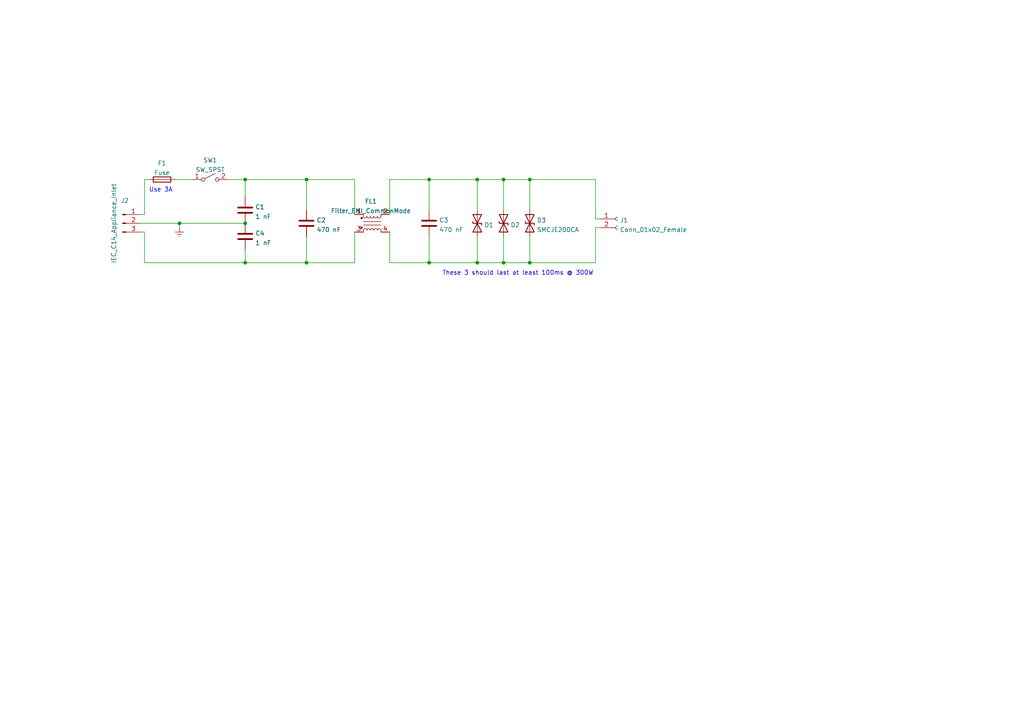
<source format=kicad_sch>
(kicad_sch (version 20211123) (generator eeschema)
  (paper "A4")
  (lib_symbols
    (symbol "Connector:Conn_01x02_Female" (pin_names (offset 1.016) hide)
      (property "Reference" "J" (at 0 2.54 0))
      (property "Value" "Conn_01x02_Female" (at 0 -5.08 0))
      (symbol "Conn_01x02_Female_1_1"
        (arc (start 0 -2.032) (mid -0.508 -2.54) (end 0 -3.048) (stroke (width 0.1524)))
        (polyline (pts (xy -1.27 -2.54) (xy -0.508 -2.54)) (stroke (width 0.1524)))
        (polyline (pts (xy -1.27 0) (xy -0.508 0)) (stroke (width 0.1524)))
        (arc (start 0 0.508) (mid -0.508 0) (end 0 -0.508) (stroke (width 0.1524)))
        (pin passive line (at -5.08 0 0) (length 3.81) (name "Pin_1") (number "1"))
        (pin passive line (at -5.08 -2.54 0) (length 3.81) (name "Pin_2") (number "2"))
      )
    )
    (symbol "Connector:Conn_01x03_Male" (pin_names (offset 1.016) hide)
      (property "Reference" "J" (at 0 5.08 0))
      (property "Value" "Conn_01x03_Male" (at 0 -5.08 0))
      (symbol "Conn_01x03_Male_1_1"
        (polyline (pts (xy 1.27 -2.54) (xy 0.8636 -2.54)) (stroke (width 0.1524)))
        (polyline (pts (xy 1.27 0) (xy 0.8636 0)) (stroke (width 0.1524)))
        (polyline (pts (xy 1.27 2.54) (xy 0.8636 2.54)) (stroke (width 0.1524)))
        (rectangle (start 0.8636 -2.413) (end 0 -2.667) (stroke (width 0.1524)) (fill (type outline)))
        (rectangle (start 0.8636 0.127) (end 0 -0.127) (stroke (width 0.1524)) (fill (type outline)))
        (rectangle (start 0.8636 2.667) (end 0 2.413) (stroke (width 0.1524)) (fill (type outline)))
        (pin passive line (at 5.08 2.54 180) (length 3.81) (name "Pin_1") (number "1"))
        (pin passive line (at 5.08 0 180) (length 3.81) (name "Pin_2") (number "2"))
        (pin passive line (at 5.08 -2.54 180) (length 3.81) (name "Pin_3") (number "3"))
      )
    )
    (symbol "Device:C" (pin_numbers hide) (pin_names (offset 0.254))
      (property "Reference" "C" (at 0.635 2.54 0))
      (property "Value" "C" (at 0.635 -2.54 0))
      (symbol "C_0_1"
        (polyline (pts (xy -2.032 -0.762) (xy 2.032 -0.762)) (stroke (width 0.508)))
        (polyline (pts (xy -2.032 0.762) (xy 2.032 0.762)) (stroke (width 0.508)))
      )
      (symbol "C_1_1"
        (pin passive line (at 0 3.81 270) (length 2.794) (name "~") (number "1"))
        (pin passive line (at 0 -3.81 90) (length 2.794) (name "~") (number "2"))
      )
    )
    (symbol "Device:D_TVS" (pin_numbers hide) (pin_names (offset 1.016) hide)
      (property "Reference" "D" (at 0 2.54 0))
      (property "Value" "D_TVS" (at 0 -2.54 0))
      (symbol "D_TVS_0_1"
        (polyline (pts (xy 1.27 0) (xy -1.27 0)))
        (polyline (pts (xy 0.508 1.27) (xy 0 1.27) (xy 0 -1.27) (xy -0.508 -1.27)) (stroke (width 0.254)))
        (polyline (pts (xy -2.54 1.27) (xy -2.54 -1.27) (xy 2.54 1.27) (xy 2.54 -1.27) (xy -2.54 1.27)) (stroke (width 0.254)))
      )
      (symbol "D_TVS_1_1"
        (pin passive line (at -3.81 0 0) (length 2.54) (name "A1") (number "1"))
        (pin passive line (at 3.81 0 180) (length 2.54) (name "A2") (number "2"))
      )
    )
    (symbol "Device:Filter_EMI_CommonMode" (pin_names (offset 0.254) hide)
      (property "Reference" "FL" (at 0 4.445 0))
      (property "Value" "Filter_EMI_CommonMode" (at 0 -4.445 0))
      (symbol "Filter_EMI_CommonMode_0_1"
        (circle (center -3.048 -1.27) (radius 0.254) (fill (type outline)))
        (circle (center -3.048 1.524) (radius 0.254) (fill (type outline)))
        (arc (start -2.54 2.032) (mid -2.032 1.524) (end -1.524 2.032))
        (arc (start -1.524 -2.032) (mid -2.032 -1.524) (end -2.54 -2.032))
        (arc (start -1.524 2.032) (mid -1.016 1.524) (end -0.508 2.032))
        (arc (start -0.508 -2.032) (mid -1.016 -1.524) (end -1.524 -2.032))
        (arc (start -0.508 2.032) (mid 0 1.524) (end 0.508 2.032))
        (polyline (pts (xy -2.54 -2.032) (xy -2.54 -2.54)))
        (polyline (pts (xy -2.54 0.508) (xy 2.54 0.508)))
        (polyline (pts (xy -2.54 2.032) (xy -2.54 2.54)))
        (polyline (pts (xy 2.54 -2.032) (xy 2.54 -2.54)))
        (polyline (pts (xy 2.54 -0.508) (xy -2.54 -0.508)))
        (polyline (pts (xy 2.54 2.54) (xy 2.54 2.032)))
        (arc (start 0.508 -2.032) (mid 0 -1.524) (end -0.508 -2.032))
        (arc (start 0.508 2.032) (mid 1.016 1.524) (end 1.524 2.032))
        (arc (start 1.524 -2.032) (mid 1.016 -1.524) (end 0.508 -2.032))
        (arc (start 1.524 2.032) (mid 2.032 1.524) (end 2.54 2.032))
        (arc (start 2.54 -2.032) (mid 2.032 -1.524) (end 1.524 -2.032))
      )
      (symbol "Filter_EMI_CommonMode_1_1"
        (pin passive line (at -5.08 2.54 0) (length 2.54) (name "1") (number "1"))
        (pin passive line (at 5.08 2.54 180) (length 2.54) (name "2") (number "2"))
        (pin passive line (at -5.08 -2.54 0) (length 2.54) (name "3") (number "3"))
        (pin passive line (at 5.08 -2.54 180) (length 2.54) (name "4") (number "4"))
      )
    )
    (symbol "Device:Fuse" (pin_numbers hide) (pin_names (offset 0))
      (property "Reference" "F" (at 2.032 0 90))
      (property "Value" "Fuse" (at -1.905 0 90))
      (symbol "Fuse_0_1"
        (rectangle (start -0.762 -2.54) (end 0.762 2.54) (stroke (width 0.254)))
        (polyline (pts (xy 0 2.54) (xy 0 -2.54)))
      )
      (symbol "Fuse_1_1"
        (pin passive line (at 0 3.81 270) (length 1.27) (name "~") (number "1"))
        (pin passive line (at 0 -3.81 90) (length 1.27) (name "~") (number "2"))
      )
    )
    (symbol "Switch:SW_SPST" (pin_names (offset 0) hide)
      (property "Reference" "SW" (at 0 3.175 0))
      (property "Value" "SW_SPST" (at 0 -2.54 0))
      (symbol "SW_SPST_0_0"
        (circle (center -2.032 0) (radius 0.508))
        (polyline (pts (xy -1.524 0.254) (xy 1.524 1.778)))
        (circle (center 2.032 0) (radius 0.508))
      )
      (symbol "SW_SPST_1_1"
        (pin passive line (at -5.08 0 0) (length 2.54) (name "A") (number "1"))
        (pin passive line (at 5.08 0 180) (length 2.54) (name "B") (number "2"))
      )
    )
    (symbol "power:Earth" (power) (pin_names (offset 0))
      (symbol "Earth_0_1"
        (polyline (pts (xy -0.635 -1.905) (xy 0.635 -1.905)))
        (polyline (pts (xy -0.127 -2.54) (xy 0.127 -2.54)))
        (polyline (pts (xy 0 -1.27) (xy 0 0)))
        (polyline (pts (xy 1.27 -1.27) (xy -1.27 -1.27)))
      )
      (symbol "Earth_1_1"
        (pin power_in line (at 0 0 270) (length 0) hide (name "Earth") (number "1"))
      )
    )
  )
  (junction (at 124.46 76.2))
  (junction (at 52.07 64.77))
  (junction (at 71.12 64.77))
  (junction (at 71.12 76.2))
  (junction (at 124.46 52.07))
  (junction (at 153.67 76.2))
  (junction (at 88.9 76.2))
  (junction (at 71.12 52.07))
  (junction (at 88.9 52.07))
  (junction (at 138.43 76.2))
  (junction (at 146.05 76.2))
  (junction (at 153.67 52.07))
  (junction (at 138.43 52.07))
  (junction (at 146.05 52.07))
  (wire (pts (xy 40.64 62.23) (xy 41.91 62.23)))
  (wire (pts (xy 146.05 52.07) (xy 146.05 60.96)))
  (wire (pts (xy 124.46 76.2) (xy 138.43 76.2)))
  (wire (pts (xy 52.07 64.77) (xy 52.07 66.04)))
  (wire (pts (xy 71.12 76.2) (xy 71.12 72.39)))
  (wire (pts (xy 88.9 76.2) (xy 88.9 68.58)))
  (wire (pts (xy 102.87 76.2) (xy 88.9 76.2)))
  (wire (pts (xy 146.05 52.07) (xy 153.67 52.07)))
  (wire (pts (xy 40.64 67.31) (xy 41.91 67.31)))
  (wire (pts (xy 113.03 62.23) (xy 113.03 52.07)))
  (wire (pts (xy 153.67 52.07) (xy 153.67 60.96)))
  (wire (pts (xy 41.91 62.23) (xy 41.91 52.07)))
  (wire (pts (xy 124.46 68.58) (xy 124.46 76.2)))
  (wire (pts (xy 153.67 76.2) (xy 153.67 68.58)))
  (wire (pts (xy 124.46 52.07) (xy 124.46 60.96)))
  (wire (pts (xy 172.72 63.5) (xy 172.72 52.07)))
  (wire (pts (xy 146.05 76.2) (xy 153.67 76.2)))
  (wire (pts (xy 41.91 76.2) (xy 71.12 76.2)))
  (wire (pts (xy 88.9 60.96) (xy 88.9 52.07)))
  (wire (pts (xy 52.07 64.77) (xy 71.12 64.77)))
  (wire (pts (xy 102.87 62.23) (xy 102.87 52.07)))
  (wire (pts (xy 172.72 66.04) (xy 173.99 66.04)))
  (wire (pts (xy 40.64 64.77) (xy 52.07 64.77)))
  (wire (pts (xy 113.03 76.2) (xy 124.46 76.2)))
  (wire (pts (xy 71.12 76.2) (xy 88.9 76.2)))
  (wire (pts (xy 41.91 67.31) (xy 41.91 76.2)))
  (wire (pts (xy 102.87 67.31) (xy 102.87 76.2)))
  (wire (pts (xy 146.05 76.2) (xy 146.05 68.58)))
  (wire (pts (xy 153.67 76.2) (xy 172.72 76.2)))
  (wire (pts (xy 50.8 52.07) (xy 55.88 52.07)))
  (wire (pts (xy 41.91 52.07) (xy 43.18 52.07)))
  (wire (pts (xy 66.04 52.07) (xy 71.12 52.07)))
  (wire (pts (xy 153.67 52.07) (xy 172.72 52.07)))
  (wire (pts (xy 172.72 76.2) (xy 172.72 66.04)))
  (wire (pts (xy 88.9 52.07) (xy 71.12 52.07)))
  (wire (pts (xy 173.99 63.5) (xy 172.72 63.5)))
  (wire (pts (xy 113.03 67.31) (xy 113.03 76.2)))
  (wire (pts (xy 138.43 52.07) (xy 138.43 60.96)))
  (wire (pts (xy 71.12 52.07) (xy 71.12 57.15)))
  (wire (pts (xy 102.87 52.07) (xy 88.9 52.07)))
  (wire (pts (xy 138.43 52.07) (xy 146.05 52.07)))
  (wire (pts (xy 138.43 76.2) (xy 138.43 68.58)))
  (wire (pts (xy 138.43 76.2) (xy 146.05 76.2)))
  (wire (pts (xy 124.46 52.07) (xy 138.43 52.07)))
  (wire (pts (xy 113.03 52.07) (xy 124.46 52.07)))
  (text "Use 3A" (at 43.18 55.88 0) (effects (font (size 1.27 1.27)) (justify left bottom)))
  (text "These 3 should last at least 100ms @ 300W" (at 128.27 80.01 0) (effects (font (size 1.27 1.27)) (justify left bottom)))
  (symbol (lib_id "Device:D_TVS") (at 146.05 64.77 90) (unit 1)
    (property "Reference" "D2" (at 148.082 65.249 90) (effects (justify right)))
    (property "Value" "SMCJE200CA" (effects hide))
    (property "Footprint" "Diode_SMD:D_SMC" (effects hide))
    (property "Datasheet" "https://www.eaton.com/content/dam/eaton/products/electronic-components/resources/data-sheet/eaton-smcje-tvs-diode-power-esd-suppressor-data-sheet.pdf" (effects hide))
  )
  (symbol (lib_id "Device:C") (at 71.12 60.96 0) (unit 1)
    (property "Reference" "C1" (at 74.041 60.0515 0) (effects (justify left)))
    (property "Value" "1 nF" (at 74.041 62.8266 0) (effects (justify left)))
    (property "Footprint" "Capacitor_THT:C_Disc_D8.0mm_W5.0mm_P10.00mm" (effects hide))
  )
  (symbol (lib_id "Connector:Conn_01x03_Male") (at 35.56 64.77 0) (unit 1)
    (property "Reference" "J2" (at 36.195 58.1873 0))
    (property "Value" "IEC_C14_Appliance_Inlet" (at 33.02 64.77 90))
    (property "Footprint" "KiCAD_Libraries:IEC_C14_Appliance_Inlet" (effects hide))
  )
  (symbol (lib_id "power:Earth") (at 52.07 66.04 0) (unit 1)
    (property "Reference" "#PWR01" (effects hide))
    (property "Value" "Earth" (effects hide))
  )
  (symbol (lib_id "Device:D_TVS") (at 153.67 64.77 90) (unit 1)
    (property "Reference" "D3" (at 155.702 63.8615 90) (effects (justify right)))
    (property "Value" "SMCJE200CA" (at 155.702 66.6366 90) (effects (justify right)))
    (property "Footprint" "Diode_SMD:D_SMC" (effects hide))
    (property "Datasheet" "https://www.eaton.com/content/dam/eaton/products/electronic-components/resources/data-sheet/eaton-smcje-tvs-diode-power-esd-suppressor-data-sheet.pdf" (effects hide))
  )
  (symbol (lib_id "Device:C") (at 88.9 64.77 0) (unit 1)
    (property "Reference" "C2" (at 91.821 63.8615 0) (effects (justify left)))
    (property "Value" "470 nF" (at 91.821 66.6366 0) (effects (justify left)))
    (property "Footprint" "Capacitor_THT:C_Rect_L26.5mm_W10.5mm_P22.50mm_MKS4" (effects hide))
  )
  (symbol (lib_id "Device:C") (at 71.12 68.58 0) (unit 1)
    (property "Reference" "C4" (at 74.041 67.6715 0) (effects (justify left)))
    (property "Value" "1 nF" (at 74.041 70.4466 0) (effects (justify left)))
    (property "Footprint" "Capacitor_THT:C_Disc_D8.0mm_W5.0mm_P10.00mm" (effects hide))
  )
  (symbol (lib_id "Device:Fuse") (at 46.99 52.07 90) (unit 1)
    (property "Reference" "F1" (at 46.99 47.3415 90))
    (property "Value" "Fuse" (at 46.99 50.1166 90))
    (property "Footprint" "My_Library:Fuseholder_Cylinder-6.3x30mm_Dual_Clips_Horizontal" (effects hide))
  )
  (symbol (lib_id "Connector:Conn_01x02_Female") (at 179.07 63.5 0) (unit 1)
    (property "Reference" "J1" (at 179.7812 63.8615 0) (effects (justify left)))
    (property "Value" "Conn_01x02_Female" (at 179.7812 66.6366 0) (effects (justify left)))
    (property "Footprint" "KiCAD_Libraries:Dual_spades" (effects hide))
  )
  (symbol (lib_id "Device:D_TVS") (at 138.43 64.77 90) (unit 1)
    (property "Reference" "D1" (at 140.462 65.249 90) (effects (justify right)))
    (property "Value" "SMCJE200CA" (effects hide))
    (property "Footprint" "Diode_SMD:D_SMC" (effects hide))
    (property "Datasheet" "https://www.eaton.com/content/dam/eaton/products/electronic-components/resources/data-sheet/eaton-smcje-tvs-diode-power-esd-suppressor-data-sheet.pdf" (effects hide))
  )
  (symbol (lib_id "Device:C") (at 124.46 64.77 0) (unit 1)
    (property "Reference" "C3" (at 127.381 63.8615 0) (effects (justify left)))
    (property "Value" "470 nF" (at 127.381 66.6366 0) (effects (justify left)))
    (property "Footprint" "Capacitor_THT:C_Rect_L26.5mm_W10.5mm_P22.50mm_MKS4" (effects hide))
  )
  (symbol (lib_id "Switch:SW_SPST") (at 60.96 52.07 0) (unit 1)
    (property "Reference" "SW1" (at 60.96 46.4525 0))
    (property "Value" "SW_SPST" (at 60.96 49.2276 0))
    (property "Footprint" "KiCAD_Libraries:Dual_spades" (effects hide))
  )
  (symbol (lib_id "Device:Filter_EMI_CommonMode") (at 107.95 64.77 0) (unit 1)
    (property "Reference" "FL1" (at 107.569 58.3905 0))
    (property "Value" "Filter_EMI_CommonMode" (at 107.569 61.1656 0))
    (property "Footprint" "KiCAD_Libraries:Common_Mode_Choke_14x15mm" (effects hide))
  )
)
</source>
